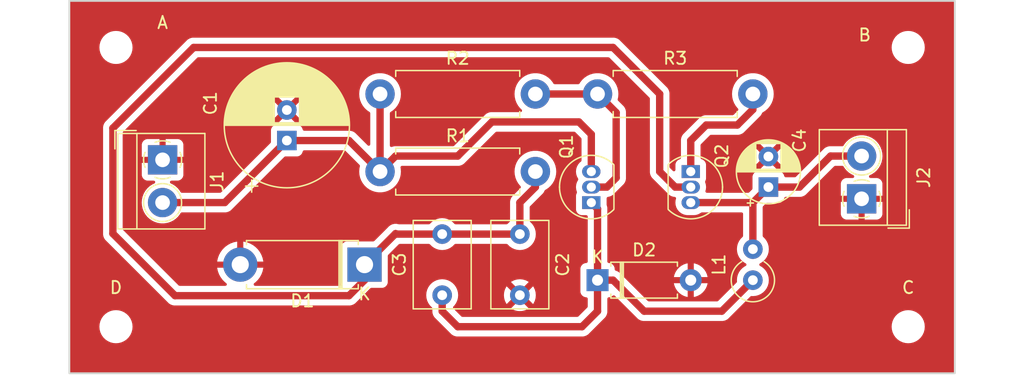
<source format=kicad_pcb>
(kicad_pcb (version 20221018) (generator pcbnew)
  (layers (0 "F.Cu" signal) (31 "B.Cu" signal) (34 "B.Paste" user) (35 "F.Paste" user) (36 "B.SilkS" user "B.Silkscreen") (37 "F.SilkS" user "F.Silkscreen") (38 "B.Mask" user) (39 "F.Mask" user) (44 "Edge.Cuts" user))
  (net 0 "")
  (net 1 "GND")
  (net 2 "Net-(D1-K)")
  (net 3 "Net-(D2-K)")
  (net 4 "Net-(Q1-B)")
  (net 5 "Net-(Q2-C)")
  (net 6 "/VIN")
  (net 7 "/VOUT")
  (footprint "TerminalBlock_4Ucon:TerminalBlock_4Ucon_1x02_P3.50mm_Horizontal" (layer "F.Cu") (at 109.22 70.16 -90)
    (fp_text reference "J1" (at 1.75 -4.46 90) (layer "F.SilkS"))
    (fp_text value "Input")
    (fp_line (start -2.4 2.16) (end -2.4 3.9) (stroke (width 0.12)) (layer "F.SilkS"))
    (fp_line (start -2.4 3.9) (end -0.9 3.9) (stroke (width 0.12)) (layer "F.SilkS"))
    (fp_line (start -2.16 -3.46) (end -2.16 3.66) (stroke (width 0.12)) (layer "F.SilkS"))
    (fp_line (start -2.16 -3.46) (end 5.66 -3.46) (stroke (width 0.12)) (layer "F.SilkS"))
    (fp_line (start -2.16 2.1) (end 5.66 2.1) (stroke (width 0.12)) (layer "F.SilkS"))
    (fp_line (start -2.16 3.66) (end 5.66 3.66) (stroke (width 0.12)) (layer "F.SilkS"))
    (fp_line (start 5.66 -3.46) (end 5.66 3.66) (stroke (width 0.12)) (layer "F.SilkS"))
    (fp_arc (start -1.432109 0.607742) (mid -1.555727 -0.00014) (end -1.432 -0.608) (stroke (width 0.12)) (layer "F.SilkS"))
    (fp_arc (start -0.607742 -1.432109) (mid 0.00014 -1.555727) (end 0.608 -1.432) (stroke (width 0.12)) (layer "F.SilkS"))
    (fp_arc (start 0.027011 1.555493) (mid -0.296984 1.527118) (end -0.608 1.432) (stroke (width 0.12)) (layer "F.SilkS"))
    (fp_arc (start 0.607587 1.431385) (mid 0.310017 1.523783) (end 0 1.555) (stroke (width 0.12)) (layer "F.SilkS"))
    (fp_arc (start 1.432109 -0.607742) (mid 1.555727 0.00014) (end 1.432 0.608) (stroke (width 0.12)) (layer "F.SilkS"))
    (fp_circle (center 3.5 0) (end 5.055 0) (stroke (width 0.12)) (fill none) (layer "F.SilkS"))
    (pad "1" thru_hole rect (at 0 0 270) (size 2.4 2.4) (drill 1.2) (layers "*.Cu" "*.Mask") (net 1 "GND"))
    (pad "2" thru_hole circle (at 3.5 0 270) (size 2.4 2.4) (drill 1.2) (layers "*.Cu" "*.Mask") (net 6 "/VIN"))
  )
  (footprint "TerminalBlock_4Ucon:TerminalBlock_4Ucon_1x02_P3.50mm_Horizontal" (layer "F.Cu") (at 166.37 73.35 90)
    (fp_text reference "J2" (at 1.75 5.08 90) (layer "F.SilkS"))
    (fp_text value "output")
    (fp_line (start -2.4 2.16) (end -2.4 3.9) (stroke (width 0.12)) (layer "F.SilkS"))
    (fp_line (start -2.4 3.9) (end -0.9 3.9) (stroke (width 0.12)) (layer "F.SilkS"))
    (fp_line (start -2.16 -3.46) (end -2.16 3.66) (stroke (width 0.12)) (layer "F.SilkS"))
    (fp_line (start -2.16 -3.46) (end 5.66 -3.46) (stroke (width 0.12)) (layer "F.SilkS"))
    (fp_line (start -2.16 2.1) (end 5.66 2.1) (stroke (width 0.12)) (layer "F.SilkS"))
    (fp_line (start -2.16 3.66) (end 5.66 3.66) (stroke (width 0.12)) (layer "F.SilkS"))
    (fp_line (start 5.66 -3.46) (end 5.66 3.66) (stroke (width 0.12)) (layer "F.SilkS"))
    (fp_arc (start -1.432109 0.607742) (mid -1.555727 -0.00014) (end -1.432 -0.608) (stroke (width 0.12)) (layer "F.SilkS"))
    (fp_arc (start -0.607742 -1.432109) (mid 0.00014 -1.555727) (end 0.608 -1.432) (stroke (width 0.12)) (layer "F.SilkS"))
    (fp_arc (start 0.027011 1.555493) (mid -0.296984 1.527118) (end -0.608 1.432) (stroke (width 0.12)) (layer "F.SilkS"))
    (fp_arc (start 0.607587 1.431385) (mid 0.310017 1.523783) (end 0 1.555) (stroke (width 0.12)) (layer "F.SilkS"))
    (fp_arc (start 1.432109 -0.607742) (mid 1.555727 0.00014) (end 1.432 0.608) (stroke (width 0.12)) (layer "F.SilkS"))
    (fp_circle (center 3.5 0) (end 5.055 0) (stroke (width 0.12)) (fill none) (layer "F.SilkS"))
    (pad "1" thru_hole rect (at 0 0 90) (size 2.4 2.4) (drill 1.2) (layers "*.Cu" "*.Mask") (net 1 "GND"))
    (pad "2" thru_hole circle (at 3.5 0 90) (size 2.4 2.4) (drill 1.2) (layers "*.Cu" "*.Mask") (net 7 "/VOUT"))
  )
  (footprint "Package_TO_SOT_THT:TO-92_Inline" (layer "F.Cu") (at 144.272 73.66 90)
    (fp_text reference "Q1" (at 4.572 -2.032 90) (layer "F.SilkS"))
    (fp_text value "BC327")
    (fp_line (start -0.53 1.85) (end 3.07 1.85) (stroke (width 0.12)) (layer "F.SilkS"))
    (fp_arc (start -0.568478 1.838478) (mid -1.132087 -0.994977) (end 1.27 -2.6) (stroke (width 0.12)) (layer "F.SilkS"))
    (fp_arc (start 1.27 -2.6) (mid 3.672087 -0.994977) (end 3.108478 1.838478) (stroke (width 0.12)) (layer "F.SilkS"))
    (pad "1" thru_hole rect (at 0 0 90) (size 1.05 1.5) (drill 0.75) (layers "*.Cu" "*.Mask") (net 3 "Net-(D2-K)"))
    (pad "2" thru_hole oval (at 1.27 0 90) (size 1.05 1.5) (drill 0.75) (layers "*.Cu" "*.Mask") (net 4 "Net-(Q1-B)"))
    (pad "3" thru_hole oval (at 2.54 0 90) (size 1.05 1.5) (drill 0.75) (layers "*.Cu" "*.Mask") (net 6 "/VIN"))
  )
  (footprint "Capacitor_THT:CP_Radial_D5.0mm_P2.50mm" (layer "F.Cu") (at 158.75 72.39 90)
    (fp_text reference "C4" (at 3.81 2.54 90) (layer "F.SilkS"))
    (fp_text value "47u")
    (fp_line (start -1.554775 -1.475) (end -1.054775 -1.475) (stroke (width 0.12)) (layer "F.SilkS"))
    (fp_line (start -1.304775 -1.725) (end -1.304775 -1.225) (stroke (width 0.12)) (layer "F.SilkS"))
    (fp_line (start 1.25 -2.58) (end 1.25 2.58) (stroke (width 0.12)) (layer "F.SilkS"))
    (fp_line (start 1.29 -2.58) (end 1.29 2.58) (stroke (width 0.12)) (layer "F.SilkS"))
    (fp_line (start 1.33 -2.579) (end 1.33 2.579) (stroke (width 0.12)) (layer "F.SilkS"))
    (fp_line (start 1.37 -2.578) (end 1.37 2.578) (stroke (width 0.12)) (layer "F.SilkS"))
    (fp_line (start 1.41 -2.576) (end 1.41 2.576) (stroke (width 0.12)) (layer "F.SilkS"))
    (fp_line (start 1.45 -2.573) (end 1.45 2.573) (stroke (width 0.12)) (layer "F.SilkS"))
    (fp_line (start 1.49 -2.569) (end 1.49 -1.04) (stroke (width 0.12)) (layer "F.SilkS"))
    (fp_line (start 1.49 1.04) (end 1.49 2.569) (stroke (width 0.12)) (layer "F.SilkS"))
    (fp_line (start 1.53 -2.565) (end 1.53 -1.04) (stroke (width 0.12)) (layer "F.SilkS"))
    (fp_line (start 1.53 1.04) (end 1.53 2.565) (stroke (width 0.12)) (layer "F.SilkS"))
    (fp_line (start 1.57 -2.561) (end 1.57 -1.04) (stroke (width 0.12)) (layer "F.SilkS"))
    (fp_line (start 1.57 1.04) (end 1.57 2.561) (stroke (width 0.12)) (layer "F.SilkS"))
    (fp_line (start 1.61 -2.556) (end 1.61 -1.04) (stroke (width 0.12)) (layer "F.SilkS"))
    (fp_line (start 1.61 1.04) (end 1.61 2.556) (stroke (width 0.12)) (layer "F.SilkS"))
    (fp_line (start 1.65 -2.55) (end 1.65 -1.04) (stroke (width 0.12)) (layer "F.SilkS"))
    (fp_line (start 1.65 1.04) (end 1.65 2.55) (stroke (width 0.12)) (layer "F.SilkS"))
    (fp_line (start 1.69 -2.543) (end 1.69 -1.04) (stroke (width 0.12)) (layer "F.SilkS"))
    (fp_line (start 1.69 1.04) (end 1.69 2.543) (stroke (width 0.12)) (layer "F.SilkS"))
    (fp_line (start 1.73 -2.536) (end 1.73 -1.04) (stroke (width 0.12)) (layer "F.SilkS"))
    (fp_line (start 1.73 1.04) (end 1.73 2.536) (stroke (width 0.12)) (layer "F.SilkS"))
    (fp_line (start 1.77 -2.528) (end 1.77 -1.04) (stroke (width 0.12)) (layer "F.SilkS"))
    (fp_line (start 1.77 1.04) (end 1.77 2.528) (stroke (width 0.12)) (layer "F.SilkS"))
    (fp_line (start 1.81 -2.52) (end 1.81 -1.04) (stroke (width 0.12)) (layer "F.SilkS"))
    (fp_line (start 1.81 1.04) (end 1.81 2.52) (stroke (width 0.12)) (layer "F.SilkS"))
    (fp_line (start 1.85 -2.511) (end 1.85 -1.04) (stroke (width 0.12)) (layer "F.SilkS"))
    (fp_line (start 1.85 1.04) (end 1.85 2.511) (stroke (width 0.12)) (layer "F.SilkS"))
    (fp_line (start 1.89 -2.501) (end 1.89 -1.04) (stroke (width 0.12)) (layer "F.SilkS"))
    (fp_line (start 1.89 1.04) (end 1.89 2.501) (stroke (width 0.12)) (layer "F.SilkS"))
    (fp_line (start 1.93 -2.491) (end 1.93 -1.04) (stroke (width 0.12)) (layer "F.SilkS"))
    (fp_line (start 1.93 1.04) (end 1.93 2.491) (stroke (width 0.12)) (layer "F.SilkS"))
    (fp_line (start 1.971 -2.48) (end 1.971 -1.04) (stroke (width 0.12)) (layer "F.SilkS"))
    (fp_line (start 1.971 1.04) (end 1.971 2.48) (stroke (width 0.12)) (layer "F.SilkS"))
    (fp_line (start 2.011 -2.468) (end 2.011 -1.04) (stroke (width 0.12)) (layer "F.SilkS"))
    (fp_line (start 2.011 1.04) (end 2.011 2.468) (stroke (width 0.12)) (layer "F.SilkS"))
    (fp_line (start 2.051 -2.455) (end 2.051 -1.04) (stroke (width 0.12)) (layer "F.SilkS"))
    (fp_line (start 2.051 1.04) (end 2.051 2.455) (stroke (width 0.12)) (layer "F.SilkS"))
    (fp_line (start 2.091 -2.442) (end 2.091 -1.04) (stroke (width 0.12)) (layer "F.SilkS"))
    (fp_line (start 2.091 1.04) (end 2.091 2.442) (stroke (width 0.12)) (layer "F.SilkS"))
    (fp_line (start 2.131 -2.428) (end 2.131 -1.04) (stroke (width 0.12)) (layer "F.SilkS"))
    (fp_line (start 2.131 1.04) (end 2.131 2.428) (stroke (width 0.12)) (layer "F.SilkS"))
    (fp_line (start 2.171 -2.414) (end 2.171 -1.04) (stroke (width 0.12)) (layer "F.SilkS"))
    (fp_line (start 2.171 1.04) (end 2.171 2.414) (stroke (width 0.12)) (layer "F.SilkS"))
    (fp_line (start 2.211 -2.398) (end 2.211 -1.04) (stroke (width 0.12)) (layer "F.SilkS"))
    (fp_line (start 2.211 1.04) (end 2.211 2.398) (stroke (width 0.12)) (layer "F.SilkS"))
    (fp_line (start 2.251 -2.382) (end 2.251 -1.04) (stroke (width 0.12)) (layer "F.SilkS"))
    (fp_line (start 2.251 1.04) (end 2.251 2.382) (stroke (width 0.12)) (layer "F.SilkS"))
    (fp_line (start 2.291 -2.365) (end 2.291 -1.04) (stroke (width 0.12)) (layer "F.SilkS"))
    (fp_line (start 2.291 1.04) (end 2.291 2.365) (stroke (width 0.12)) (layer "F.SilkS"))
    (fp_line (start 2.331 -2.348) (end 2.331 -1.04) (stroke (width 0.12)) (layer "F.SilkS"))
    (fp_line (start 2.331 1.04) (end 2.331 2.348) (stroke (width 0.12)) (layer "F.SilkS"))
    (fp_line (start 2.371 -2.329) (end 2.371 -1.04) (stroke (width 0.12)) (layer "F.SilkS"))
    (fp_line (start 2.371 1.04) (end 2.371 2.329) (stroke (width 0.12)) (layer "F.SilkS"))
    (fp_line (start 2.411 -2.31) (end 2.411 -1.04) (stroke (width 0.12)) (layer "F.SilkS"))
    (fp_line (start 2.411 1.04) (end 2.411 2.31) (stroke (width 0.12)) (layer "F.SilkS"))
    (fp_line (start 2.451 -2.29) (end 2.451 -1.04) (stroke (width 0.12)) (layer "F.SilkS"))
    (fp_line (start 2.451 1.04) (end 2.451 2.29) (stroke (width 0.12)) (layer "F.SilkS"))
    (fp_line (start 2.491 -2.268) (end 2.491 -1.04) (stroke (width 0.12)) (layer "F.SilkS"))
    (fp_line (start 2.491 1.04) (end 2.491 2.268) (stroke (width 0.12)) (layer "F.SilkS"))
    (fp_line (start 2.531 -2.247) (end 2.531 -1.04) (stroke (width 0.12)) (layer "F.SilkS"))
    (fp_line (start 2.531 1.04) (end 2.531 2.247) (stroke (width 0.12)) (layer "F.SilkS"))
    (fp_line (start 2.571 -2.224) (end 2.571 -1.04) (stroke (width 0.12)) (layer "F.SilkS"))
    (fp_line (start 2.571 1.04) (end 2.571 2.224) (stroke (width 0.12)) (layer "F.SilkS"))
    (fp_line (start 2.611 -2.2) (end 2.611 -1.04) (stroke (width 0.12)) (layer "F.SilkS"))
    (fp_line (start 2.611 1.04) (end 2.611 2.2) (stroke (width 0.12)) (layer "F.SilkS"))
    (fp_line (start 2.651 -2.175) (end 2.651 -1.04) (stroke (width 0.12)) (layer "F.SilkS"))
    (fp_line (start 2.651 1.04) (end 2.651 2.175) (stroke (width 0.12)) (layer "F.SilkS"))
    (fp_line (start 2.691 -2.149) (end 2.691 -1.04) (stroke (width 0.12)) (layer "F.SilkS"))
    (fp_line (start 2.691 1.04) (end 2.691 2.149) (stroke (width 0.12)) (layer "F.SilkS"))
    (fp_line (start 2.731 -2.122) (end 2.731 -1.04) (stroke (width 0.12)) (layer "F.SilkS"))
    (fp_line (start 2.731 1.04) (end 2.731 2.122) (stroke (width 0.12)) (layer "F.SilkS"))
    (fp_line (start 2.771 -2.095) (end 2.771 -1.04) (stroke (width 0.12)) (layer "F.SilkS"))
    (fp_line (start 2.771 1.04) (end 2.771 2.095) (stroke (width 0.12)) (layer "F.SilkS"))
    (fp_line (start 2.811 -2.065) (end 2.811 -1.04) (stroke (width 0.12)) (layer "F.SilkS"))
    (fp_line (start 2.811 1.04) (end 2.811 2.065) (stroke (width 0.12)) (layer "F.SilkS"))
    (fp_line (start 2.851 -2.035) (end 2.851 -1.04) (stroke (width 0.12)) (layer "F.SilkS"))
    (fp_line (start 2.851 1.04) (end 2.851 2.035) (stroke (width 0.12)) (layer "F.SilkS"))
    (fp_line (start 2.891 -2.004) (end 2.891 -1.04) (stroke (width 0.12)) (layer "F.SilkS"))
    (fp_line (start 2.891 1.04) (end 2.891 2.004) (stroke (width 0.12)) (layer "F.SilkS"))
    (fp_line (start 2.931 -1.971) (end 2.931 -1.04) (stroke (width 0.12)) (layer "F.SilkS"))
    (fp_line (start 2.931 1.04) (end 2.931 1.971) (stroke (width 0.12)) (layer "F.SilkS"))
    (fp_line (start 2.971 -1.937) (end 2.971 -1.04) (stroke (width 0.12)) (layer "F.SilkS"))
    (fp_line (start 2.971 1.04) (end 2.971 1.937) (stroke (width 0.12)) (layer "F.SilkS"))
    (fp_line (start 3.011 -1.901) (end 3.011 -1.04) (stroke (width 0.12)) (layer "F.SilkS"))
    (fp_line (start 3.011 1.04) (end 3.011 1.901) (stroke (width 0.12)) (layer "F.SilkS"))
    (fp_line (start 3.051 -1.864) (end 3.051 -1.04) (stroke (width 0.12)) (layer "F.SilkS"))
    (fp_line (start 3.051 1.04) (end 3.051 1.864) (stroke (width 0.12)) (layer "F.SilkS"))
    (fp_line (start 3.091 -1.826) (end 3.091 -1.04) (stroke (width 0.12)) (layer "F.SilkS"))
    (fp_line (start 3.091 1.04) (end 3.091 1.826) (stroke (width 0.12)) (layer "F.SilkS"))
    (fp_line (start 3.131 -1.785) (end 3.131 -1.04) (stroke (width 0.12)) (layer "F.SilkS"))
    (fp_line (start 3.131 1.04) (end 3.131 1.785) (stroke (width 0.12)) (layer "F.SilkS"))
    (fp_line (start 3.171 -1.743) (end 3.171 -1.04) (stroke (width 0.12)) (layer "F.SilkS"))
    (fp_line (start 3.171 1.04) (end 3.171 1.743) (stroke (width 0.12)) (layer "F.SilkS"))
    (fp_line (start 3.211 -1.699) (end 3.211 -1.04) (stroke (width 0.12)) (layer "F.SilkS"))
    (fp_line (start 3.211 1.04) (end 3.211 1.699) (stroke (width 0.12)) (layer "F.SilkS"))
    (fp_line (start 3.251 -1.653) (end 3.251 -1.04) (stroke (width 0.12)) (layer "F.SilkS"))
    (fp_line (start 3.251 1.04) (end 3.251 1.653) (stroke (width 0.12)) (layer "F.SilkS"))
    (fp_line (start 3.291 -1.605) (end 3.291 -1.04) (stroke (width 0.12)) (layer "F.SilkS"))
    (fp_line (start 3.291 1.04) (end 3.291 1.605) (stroke (width 0.12)) (layer "F.SilkS"))
    (fp_line (start 3.331 -1.554) (end 3.331 -1.04) (stroke (width 0.12)) (layer "F.SilkS"))
    (fp_line (start 3.331 1.04) (end 3.331 1.554) (stroke (width 0.12)) (layer "F.SilkS"))
    (fp_line (start 3.371 -1.5) (end 3.371 -1.04) (stroke (width 0.12)) (layer "F.SilkS"))
    (fp_line (start 3.371 1.04) (end 3.371 1.5) (stroke (width 0.12)) (layer "F.SilkS"))
    (fp_line (start 3.411 -1.443) (end 3.411 -1.04) (stroke (width 0.12)) (layer "F.SilkS"))
    (fp_line (start 3.411 1.04) (end 3.411 1.443) (stroke (width 0.12)) (layer "F.SilkS"))
    (fp_line (start 3.451 -1.383) (end 3.451 -1.04) (stroke (width 0.12)) (layer "F.SilkS"))
    (fp_line (start 3.451 1.04) (end 3.451 1.383) (stroke (width 0.12)) (layer "F.SilkS"))
    (fp_line (start 3.491 -1.319) (end 3.491 -1.04) (stroke (width 0.12)) (layer "F.SilkS"))
    (fp_line (start 3.491 1.04) (end 3.491 1.319) (stroke (width 0.12)) (layer "F.SilkS"))
    (fp_line (start 3.531 -1.251) (end 3.531 -1.04) (stroke (width 0.12)) (layer "F.SilkS"))
    (fp_line (start 3.531 1.04) (end 3.531 1.251) (stroke (width 0.12)) (layer "F.SilkS"))
    (fp_line (start 3.571 -1.178) (end 3.571 1.178) (stroke (width 0.12)) (layer "F.SilkS"))
    (fp_line (start 3.611 -1.098) (end 3.611 1.098) (stroke (width 0.12)) (layer "F.SilkS"))
    (fp_line (start 3.651 -1.011) (end 3.651 1.011) (stroke (width 0.12)) (layer "F.SilkS"))
    (fp_line (start 3.691 -0.915) (end 3.691 0.915) (stroke (width 0.12)) (layer "F.SilkS"))
    (fp_line (start 3.731 -0.805) (end 3.731 0.805) (stroke (width 0.12)) (layer "F.SilkS"))
    (fp_line (start 3.771 -0.677) (end 3.771 0.677) (stroke (width 0.12)) (layer "F.SilkS"))
    (fp_line (start 3.811 -0.518) (end 3.811 0.518) (stroke (width 0.12)) (layer "F.SilkS"))
    (fp_line (start 3.851 -0.284) (end 3.851 0.284) (stroke (width 0.12)) (layer "F.SilkS"))
    (fp_circle (center 1.25 0) (end 3.87 0) (stroke (width 0.12)) (fill none) (layer "F.SilkS"))
    (pad "1" thru_hole rect (at 0 0 90) (size 1.6 1.6) (drill 0.8) (layers "*.Cu" "*.Mask") (net 7 "/VOUT"))
    (pad "2" thru_hole circle (at 2.5 0 90) (size 1.6 1.6) (drill 0.8) (layers "*.Cu" "*.Mask") (net 1 "GND"))
  )
  (footprint "Capacitor_THT:CP_Radial_D10.0mm_P2.50mm" (layer "F.Cu") (at 119.38 68.58 90)
    (fp_text reference "C1" (at 3.048 -6.25 90) (layer "F.SilkS"))
    (fp_text value "100u")
    (fp_line (start -4.229646 -2.875) (end -3.229646 -2.875) (stroke (width 0.12)) (layer "F.SilkS"))
    (fp_line (start -3.729646 -3.375) (end -3.729646 -2.375) (stroke (width 0.12)) (layer "F.SilkS"))
    (fp_line (start 1.25 -5.08) (end 1.25 5.08) (stroke (width 0.12)) (layer "F.SilkS"))
    (fp_line (start 1.29 -5.08) (end 1.29 5.08) (stroke (width 0.12)) (layer "F.SilkS"))
    (fp_line (start 1.33 -5.08) (end 1.33 5.08) (stroke (width 0.12)) (layer "F.SilkS"))
    (fp_line (start 1.37 -5.079) (end 1.37 5.079) (stroke (width 0.12)) (layer "F.SilkS"))
    (fp_line (start 1.41 -5.078) (end 1.41 5.078) (stroke (width 0.12)) (layer "F.SilkS"))
    (fp_line (start 1.45 -5.077) (end 1.45 5.077) (stroke (width 0.12)) (layer "F.SilkS"))
    (fp_line (start 1.49 -5.075) (end 1.49 -1.04) (stroke (width 0.12)) (layer "F.SilkS"))
    (fp_line (start 1.49 1.04) (end 1.49 5.075) (stroke (width 0.12)) (layer "F.SilkS"))
    (fp_line (start 1.53 -5.073) (end 1.53 -1.04) (stroke (width 0.12)) (layer "F.SilkS"))
    (fp_line (start 1.53 1.04) (end 1.53 5.073) (stroke (width 0.12)) (layer "F.SilkS"))
    (fp_line (start 1.57 -5.07) (end 1.57 -1.04) (stroke (width 0.12)) (layer "F.SilkS"))
    (fp_line (start 1.57 1.04) (end 1.57 5.07) (stroke (width 0.12)) (layer "F.SilkS"))
    (fp_line (start 1.61 -5.068) (end 1.61 -1.04) (stroke (width 0.12)) (layer "F.SilkS"))
    (fp_line (start 1.61 1.04) (end 1.61 5.068) (stroke (width 0.12)) (layer "F.SilkS"))
    (fp_line (start 1.65 -5.065) (end 1.65 -1.04) (stroke (width 0.12)) (layer "F.SilkS"))
    (fp_line (start 1.65 1.04) (end 1.65 5.065) (stroke (width 0.12)) (layer "F.SilkS"))
    (fp_line (start 1.69 -5.062) (end 1.69 -1.04) (stroke (width 0.12)) (layer "F.SilkS"))
    (fp_line (start 1.69 1.04) (end 1.69 5.062) (stroke (width 0.12)) (layer "F.SilkS"))
    (fp_line (start 1.73 -5.058) (end 1.73 -1.04) (stroke (width 0.12)) (layer "F.SilkS"))
    (fp_line (start 1.73 1.04) (end 1.73 5.058) (stroke (width 0.12)) (layer "F.SilkS"))
    (fp_line (start 1.77 -5.054) (end 1.77 -1.04) (stroke (width 0.12)) (layer "F.SilkS"))
    (fp_line (start 1.77 1.04) (end 1.77 5.054) (stroke (width 0.12)) (layer "F.SilkS"))
    (fp_line (start 1.81 -5.05) (end 1.81 -1.04) (stroke (width 0.12)) (layer "F.SilkS"))
    (fp_line (start 1.81 1.04) (end 1.81 5.05) (stroke (width 0.12)) (layer "F.SilkS"))
    (fp_line (start 1.85 -5.045) (end 1.85 -1.04) (stroke (width 0.12)) (layer "F.SilkS"))
    (fp_line (start 1.85 1.04) (end 1.85 5.045) (stroke (width 0.12)) (layer "F.SilkS"))
    (fp_line (start 1.89 -5.04) (end 1.89 -1.04) (stroke (width 0.12)) (layer "F.SilkS"))
    (fp_line (start 1.89 1.04) (end 1.89 5.04) (stroke (width 0.12)) (layer "F.SilkS"))
    (fp_line (start 1.93 -5.035) (end 1.93 -1.04) (stroke (width 0.12)) (layer "F.SilkS"))
    (fp_line (start 1.93 1.04) (end 1.93 5.035) (stroke (width 0.12)) (layer "F.SilkS"))
    (fp_line (start 1.971 -5.03) (end 1.971 -1.04) (stroke (width 0.12)) (layer "F.SilkS"))
    (fp_line (start 1.971 1.04) (end 1.971 5.03) (stroke (width 0.12)) (layer "F.SilkS"))
    (fp_line (start 2.011 -5.024) (end 2.011 -1.04) (stroke (width 0.12)) (layer "F.SilkS"))
    (fp_line (start 2.011 1.04) (end 2.011 5.024) (stroke (width 0.12)) (layer "F.SilkS"))
    (fp_line (start 2.051 -5.018) (end 2.051 -1.04) (stroke (width 0.12)) (layer "F.SilkS"))
    (fp_line (start 2.051 1.04) (end 2.051 5.018) (stroke (width 0.12)) (layer "F.SilkS"))
    (fp_line (start 2.091 -5.011) (end 2.091 -1.04) (stroke (width 0.12)) (layer "F.SilkS"))
    (fp_line (start 2.091 1.04) (end 2.091 5.011) (stroke (width 0.12)) (layer "F.SilkS"))
    (fp_line (start 2.131 -5.004) (end 2.131 -1.04) (stroke (width 0.12)) (layer "F.SilkS"))
    (fp_line (start 2.131 1.04) (end 2.131 5.004) (stroke (width 0.12)) (layer "F.SilkS"))
    (fp_line (start 2.171 -4.997) (end 2.171 -1.04) (stroke (width 0.12)) (layer "F.SilkS"))
    (fp_line (start 2.171 1.04) (end 2.171 4.997) (stroke (width 0.12)) (layer "F.SilkS"))
    (fp_line (start 2.211 -4.99) (end 2.211 -1.04) (stroke (width 0.12)) (layer "F.SilkS"))
    (fp_line (start 2.211 1.04) (end 2.211 4.99) (stroke (width 0.12)) (layer "F.SilkS"))
    (fp_line (start 2.251 -4.982) (end 2.251 -1.04) (stroke (width 0.12)) (layer "F.SilkS"))
    (fp_line (start 2.251 1.04) (end 2.251 4.982) (stroke (width 0.12)) (layer "F.SilkS"))
    (fp_line (start 2.291 -4.974) (end 2.291 -1.04) (stroke (width 0.12)) (layer "F.SilkS"))
    (fp_line (start 2.291 1.04) (end 2.291 4.974) (stroke (width 0.12)) (layer "F.SilkS"))
    (fp_line (start 2.331 -4.965) (end 2.331 -1.04) (stroke (width 0.12)) (layer "F.SilkS"))
    (fp_line (start 2.331 1.04) (end 2.331 4.965) (stroke (width 0.12)) (layer "F.SilkS"))
    (fp_line (start 2.371 -4.956) (end 2.371 -1.04) (stroke (width 0.12)) (layer "F.SilkS"))
    (fp_line (start 2.371 1.04) (end 2.371 4.956) (stroke (width 0.12)) (layer "F.SilkS"))
    (fp_line (start 2.411 -4.947) (end 2.411 -1.04) (stroke (width 0.12)) (layer "F.SilkS"))
    (fp_line (start 2.411 1.04) (end 2.411 4.947) (stroke (width 0.12)) (layer "F.SilkS"))
    (fp_line (start 2.451 -4.938) (end 2.451 -1.04) (stroke (width 0.12)) (layer "F.SilkS"))
    (fp_line (start 2.451 1.04) (end 2.451 4.938) (stroke (width 0.12)) (layer "F.SilkS"))
    (fp_line (start 2.491 -4.928) (end 2.491 -1.04) (stroke (width 0.12)) (layer "F.SilkS"))
    (fp_line (start 2.491 1.04) (end 2.491 4.928) (stroke (width 0.12)) (layer "F.SilkS"))
    (fp_line (start 2.531 -4.918) (end 2.531 -1.04) (stroke (width 0.12)) (layer "F.SilkS"))
    (fp_line (start 2.531 1.04) (end 2.531 4.918) (stroke (width 0.12)) (layer "F.SilkS"))
    (fp_line (start 2.571 -4.907) (end 2.571 -1.04) (stroke (width 0.12)) (layer "F.SilkS"))
    (fp_line (start 2.571 1.04) (end 2.571 4.907) (stroke (width 0.12)) (layer "F.SilkS"))
    (fp_line (start 2.611 -4.897) (end 2.611 -1.04) (stroke (width 0.12)) (layer "F.SilkS"))
    (fp_line (start 2.611 1.04) (end 2.611 4.897) (stroke (width 0.12)) (layer "F.SilkS"))
    (fp_line (start 2.651 -4.885) (end 2.651 -1.04) (stroke (width 0.12)) (layer "F.SilkS"))
    (fp_line (start 2.651 1.04) (end 2.651 4.885) (stroke (width 0.12)) (layer "F.SilkS"))
    (fp_line (start 2.691 -4.874) (end 2.691 -1.04) (stroke (width 0.12)) (layer "F.SilkS"))
    (fp_line (start 2.691 1.04) (end 2.691 4.874) (stroke (width 0.12)) (layer "F.SilkS"))
    (fp_line (start 2.731 -4.862) (end 2.731 -1.04) (stroke (width 0.12)) (layer "F.SilkS"))
    (fp_line (start 2.731 1.04) (end 2.731 4.862) (stroke (width 0.12)) (layer "F.SilkS"))
    (fp_line (start 2.771 -4.85) (end 2.771 -1.04) (stroke (width 0.12)) (layer "F.SilkS"))
    (fp_line (start 2.771 1.04) (end 2.771 4.85) (stroke (width 0.12)) (layer "F.SilkS"))
    (fp_line (start 2.811 -4.837) (end 2.811 -1.04) (stroke (width 0.12)) (layer "F.SilkS"))
    (fp_line (start 2.811 1.04) (end 2.811 4.837) (stroke (width 0.12)) (layer "F.SilkS"))
    (fp_line (start 2.851 -4.824) (end 2.851 -1.04) (stroke (width 0.12)) (layer "F.SilkS"))
    (fp_line (start 2.851 1.04) (end 2.851 4.824) (stroke (width 0.12)) (layer "F.SilkS"))
    (fp_line (start 2.891 -4.811) (end 2.891 -1.04) (stroke (width 0.12)) (layer "F.SilkS"))
    (fp_line (start 2.891 1.04) (end 2.891 4.811) (stroke (width 0.12)) (layer "F.SilkS"))
    (fp_line (start 2.931 -4.797) (end 2.931 -1.04) (stroke (width 0.12)) (layer "F.SilkS"))
    (fp_line (start 2.931 1.04) (end 2.931 4.797) (stroke (width 0.12)) (layer "F.SilkS"))
    (fp_line (start 2.971 -4.783) (end 2.971 -1.04) (stroke (width 0.12)) (layer "F.SilkS"))
    (fp_line (start 2.971 1.04) (end 2.971 4.783) (stroke (width 0.12)) (layer "F.SilkS"))
    (fp_line (start 3.011 -4.768) (end 3.011 -1.04) (stroke (width 0.12)) (layer "F.SilkS"))
    (fp_line (start 3.011 1.04) (end 3.011 4.768) (stroke (width 0.12)) (layer "F.SilkS"))
    (fp_line (start 3.051 -4.754) (end 3.051 -1.04) (stroke (width 0.12)) (layer "F.SilkS"))
    (fp_line (start 3.051 1.04) (end 3.051 4.754) (stroke (width 0.12)) (layer "F.SilkS"))
    (fp_line (start 3.091 -4.738) (end 3.091 -1.04) (stroke (width 0.12)) (layer "F.SilkS"))
    (fp_line (start 3.091 1.04) (end 3.091 4.738) (stroke (width 0.12)) (layer "F.SilkS"))
    (fp_line (start 3.131 -4.723) (end 3.131 -1.04) (stroke (width 0.12)) (layer "F.SilkS"))
    (fp_line (start 3.131 1.04) (end 3.131 4.723) (stroke (width 0.12)) (layer "F.SilkS"))
    (fp_line (start 3.171 -4.707) (end 3.171 -1.04) (stroke (width 0.12)) (layer "F.SilkS"))
    (fp_line (start 3.171 1.04) (end 3.171 4.707) (stroke (width 0.12)) (layer "F.SilkS"))
    (fp_line (start 3.211 -4.69) (end 3.211 -1.04) (stroke (width 0.12)) (layer "F.SilkS"))
    (fp_line (start 3.211 1.04) (end 3.211 4.69) (stroke (width 0.12)) (layer "F.SilkS"))
    (fp_line (start 3.251 -4.674) (end 3.251 -1.04) (stroke (width 0.12)) (layer "F.SilkS"))
    (fp_line (start 3.251 1.04) (end 3.251 4.674) (stroke (width 0.12)) (layer "F.SilkS"))
    (fp_line (start 3.291 -4.657) (end 3.291 -1.04) (stroke (width 0.12)) (layer "F.SilkS"))
    (fp_line (start 3.291 1.04) (end 3.291 4.657) (stroke (width 0.12)) (layer "F.SilkS"))
    (fp_line (start 3.331 -4.639) (end 3.331 -1.04) (stroke (width 0.12)) (layer "F.SilkS"))
    (fp_line (start 3.331 1.04) (end 3.331 4.639) (stroke (width 0.12)) (layer "F.SilkS"))
    (fp_line (start 3.371 -4.621) (end 3.371 -1.04) (stroke (width 0.12)) (layer "F.SilkS"))
    (fp_line (start 3.371 1.04) (end 3.371 4.621) (stroke (width 0.12)) (layer "F.SilkS"))
    (fp_line (start 3.411 -4.603) (end 3.411 -1.04) (stroke (width 0.12)) (layer "F.SilkS"))
    (fp_line (start 3.411 1.04) (end 3.411 4.603) (stroke (width 0.12)) (layer "F.SilkS"))
    (fp_line (start 3.451 -4.584) (end 3.451 -1.04) (stroke (width 0.12)) (layer "F.SilkS"))
    (fp_line (start 3.451 1.04) (end 3.451 4.584) (stroke (width 0.12)) (layer "F.SilkS"))
    (fp_line (start 3.491 -4.564) (end 3.491 -1.04) (stroke (width 0.12)) (layer "F.SilkS"))
    (fp_line (start 3.491 1.04) (end 3.491 4.564) (stroke (width 0.12)) (layer "F.SilkS"))
    (fp_line (start 3.531 -4.545) (end 3.531 -1.04) (stroke (width 0.12)) (layer "F.SilkS"))
    (fp_line (start 3.531 1.04) (end 3.531 4.545) (stroke (width 0.12)) (layer "F.SilkS"))
    (fp_line (start 3.571 -4.525) (end 3.571 4.525) (stroke (width 0.12)) (layer "F.SilkS"))
    (fp_line (start 3.611 -4.504) (end 3.611 4.504) (stroke (width 0.12)) (layer "F.SilkS"))
    (fp_line (start 3.651 -4.483) (end 3.651 4.483) (stroke (width 0.12)) (layer "F.SilkS"))
    (fp_line (start 3.691 -4.462) (end 3.691 4.462) (stroke (width 0.12)) (layer "F.SilkS"))
    (fp_line (start 3.731 -4.44) (end 3.731 4.44) (stroke (width 0.12)) (layer "F.SilkS"))
    (fp_line (start 3.771 -4.417) (end 3.771 4.417) (stroke (width 0.12)) (layer "F.SilkS"))
    (fp_line (start 3.811 -4.395) (end 3.811 4.395) (stroke (width 0.12)) (layer "F.SilkS"))
    (fp_line (start 3.851 -4.371) (end 3.851 4.371) (stroke (width 0.12)) (layer "F.SilkS"))
    (fp_line (start 3.891 -4.347) (end 3.891 4.347) (stroke (width 0.12)) (layer "F.SilkS"))
    (fp_line (start 3.931 -4.323) (end 3.931 4.323) (stroke (width 0.12)) (layer "F.SilkS"))
    (fp_line (start 3.971 -4.298) (end 3.971 4.298) (stroke (width 0.12)) (layer "F.SilkS"))
    (fp_line (start 4.011 -4.273) (end 4.011 4.273) (stroke (width 0.12)) (layer "F.SilkS"))
    (fp_line (start 4.051 -4.247) (end 4.051 4.247) (stroke (width 0.12)) (layer "F.SilkS"))
    (fp_line (start 4.091 -4.221) (end 4.091 4.221) (stroke (width 0.12)) (layer "F.SilkS"))
    (fp_line (start 4.131 -4.194) (end 4.131 4.194) (stroke (width 0.12)) (layer "F.SilkS"))
    (fp_line (start 4.171 -4.166) (end 4.171 4.166) (stroke (width 0.12)) (layer "F.SilkS"))
    (fp_line (start 4.211 -4.138) (end 4.211 4.138) (stroke (width 0.12)) (layer "F.SilkS"))
    (fp_line (start 4.251 -4.11) (end 4.251 4.11) (stroke (width 0.12)) (layer "F.SilkS"))
    (fp_line (start 4.291 -4.08) (end 4.291 4.08) (stroke (width 0.12)) (layer "F.SilkS"))
    (fp_line (start 4.331 -4.05) (end 4.331 4.05) (stroke (width 0.12)) (layer "F.SilkS"))
    (fp_line (start 4.371 -4.02) (end 4.371 4.02) (stroke (width 0.12)) (layer "F.SilkS"))
    (fp_line (start 4.411 -3.989) (end 4.411 3.989) (stroke (width 0.12)) (layer "F.SilkS"))
    (fp_line (start 4.451 -3.957) (end 4.451 3.957) (stroke (width 0.12)) (layer "F.SilkS"))
    (fp_line (start 4.491 -3.925) (end 4.491 3.925) (stroke (width 0.12)) (layer "F.SilkS"))
    (fp_line (start 4.531 -3.892) (end 4.531 3.892) (stroke (width 0.12)) (layer "F.SilkS"))
    (fp_line (start 4.571 -3.858) (end 4.571 3.858) (stroke (width 0.12)) (layer "F.SilkS"))
    (fp_line (start 4.611 -3.824) (end 4.611 3.824) (stroke (width 0.12)) (layer "F.SilkS"))
    (fp_line (start 4.651 -3.789) (end 4.651 3.789) (stroke (width 0.12)) (layer "F.SilkS"))
    (fp_line (start 4.691 -3.753) (end 4.691 3.753) (stroke (width 0.12)) (layer "F.SilkS"))
    (fp_line (start 4.731 -3.716) (end 4.731 3.716) (stroke (width 0.12)) (layer "F.SilkS"))
    (fp_line (start 4.771 -3.679) (end 4.771 3.679) (stroke (width 0.12)) (layer "F.SilkS"))
    (fp_line (start 4.811 -3.64) (end 4.811 3.64) (stroke (width 0.12)) (layer "F.SilkS"))
    (fp_line (start 4.851 -3.601) (end 4.851 3.601) (stroke (width 0.12)) (layer "F.SilkS"))
    (fp_line (start 4.891 -3.561) (end 4.891 3.561) (stroke (width 0.12)) (layer "F.SilkS"))
    (fp_line (start 4.931 -3.52) (end 4.931 3.52) (stroke (width 0.12)) (layer "F.SilkS"))
    (fp_line (start 4.971 -3.478) (end 4.971 3.478) (stroke (width 0.12)) (layer "F.SilkS"))
    (fp_line (start 5.011 -3.436) (end 5.011 3.436) (stroke (width 0.12)) (layer "F.SilkS"))
    (fp_line (start 5.051 -3.392) (end 5.051 3.392) (stroke (width 0.12)) (layer "F.SilkS"))
    (fp_line (start 5.091 -3.347) (end 5.091 3.347) (stroke (width 0.12)) (layer "F.SilkS"))
    (fp_line (start 5.131 -3.301) (end 5.131 3.301) (stroke (width 0.12)) (layer "F.SilkS"))
    (fp_line (start 5.171 -3.254) (end 5.171 3.254) (stroke (width 0.12)) (layer "F.SilkS"))
    (fp_line (start 5.211 -3.206) (end 5.211 3.206) (stroke (width 0.12)) (layer "F.SilkS"))
    (fp_line (start 5.251 -3.156) (end 5.251 3.156) (stroke (width 0.12)) (layer "F.SilkS"))
    (fp_line (start 5.291 -3.106) (end 5.291 3.106) (stroke (width 0.12)) (layer "F.SilkS"))
    (fp_line (start 5.331 -3.054) (end 5.331 3.054) (stroke (width 0.12)) (layer "F.SilkS"))
    (fp_line (start 5.371 -3) (end 5.371 3) (stroke (width 0.12)) (layer "F.SilkS"))
    (fp_line (start 5.411 -2.945) (end 5.411 2.945) (stroke (width 0.12)) (layer "F.SilkS"))
    (fp_line (start 5.451 -2.889) (end 5.451 2.889) (stroke (width 0.12)) (layer "F.SilkS"))
    (fp_line (start 5.491 -2.83) (end 5.491 2.83) (stroke (width 0.12)) (layer "F.SilkS"))
    (fp_line (start 5.531 -2.77) (end 5.531 2.77) (stroke (width 0.12)) (layer "F.SilkS"))
    (fp_line (start 5.571 -2.709) (end 5.571 2.709) (stroke (width 0.12)) (layer "F.SilkS"))
    (fp_line (start 5.611 -2.645) (end 5.611 2.645) (stroke (width 0.12)) (layer "F.SilkS"))
    (fp_line (start 5.651 -2.579) (end 5.651 2.579) (stroke (width 0.12)) (layer "F.SilkS"))
    (fp_line (start 5.691 -2.51) (end 5.691 2.51) (stroke (width 0.12)) (layer "F.SilkS"))
    (fp_line (start 5.731 -2.439) (end 5.731 2.439) (stroke (width 0.12)) (layer "F.SilkS"))
    (fp_line (start 5.771 -2.365) (end 5.771 2.365) (stroke (width 0.12)) (layer "F.SilkS"))
    (fp_line (start 5.811 -2.289) (end 5.811 2.289) (stroke (width 0.12)) (layer "F.SilkS"))
    (fp_line (start 5.851 -2.209) (end 5.851 2.209) (stroke (width 0.12)) (layer "F.SilkS"))
    (fp_line (start 5.891 -2.125) (end 5.891 2.125) (stroke (width 0.12)) (layer "F.SilkS"))
    (fp_line (start 5.931 -2.037) (end 5.931 2.037) (stroke (width 0.12)) (layer "F.SilkS"))
    (fp_line (start 5.971 -1.944) (end 5.971 1.944) (stroke (width 0.12)) (layer "F.SilkS"))
    (fp_line (start 6.011 -1.846) (end 6.011 1.846) (stroke (width 0.12)) (layer "F.SilkS"))
    (fp_line (start 6.051 -1.742) (end 6.051 1.742) (stroke (width 0.12)) (layer "F.SilkS"))
    (fp_line (start 6.091 -1.63) (end 6.091 1.63) (stroke (width 0.12)) (layer "F.SilkS"))
    (fp_line (start 6.131 -1.51) (end 6.131 1.51) (stroke (width 0.12)) (layer "F.SilkS"))
    (fp_line (start 6.171 -1.378) (end 6.171 1.378) (stroke (width 0.12)) (layer "F.SilkS"))
    (fp_line (start 6.211 -1.23) (end 6.211 1.23) (stroke (width 0.12)) (layer "F.SilkS"))
    (fp_line (start 6.251 -1.062) (end 6.251 1.062) (stroke (width 0.12)) (layer "F.SilkS"))
    (fp_line (start 6.291 -0.862) (end 6.291 0.862) (stroke (width 0.12)) (layer "F.SilkS"))
    (fp_line (start 6.331 -0.599) (end 6.331 0.599) (stroke (width 0.12)) (layer "F.SilkS"))
    (fp_circle (center 1.25 0) (end 6.37 0) (stroke (width 0.12)) (fill none) (layer "F.SilkS"))
    (pad "1" thru_hole rect (at 0 0 90) (size 1.6 1.6) (drill 0.8) (layers "*.Cu" "*.Mask") (net 6 "/VIN"))
    (pad "2" thru_hole circle (at 2.5 0 90) (size 1.6 1.6) (drill 0.8) (layers "*.Cu" "*.Mask") (net 1 "GND"))
  )
  (footprint "Capacitor_THT:C_Rect_L7.0mm_W4.5mm_P5.00mm" (layer "F.Cu") (at 138.43 76.24 -90)
    (fp_text reference "C2" (at 2.5 -3.5 90) (layer "F.SilkS"))
    (fp_text value "6.8n")
    (fp_line (start -1.12 -2.37) (end -1.12 2.37) (stroke (width 0.12)) (layer "F.SilkS"))
    (fp_line (start -1.12 -2.37) (end 6.12 -2.37) (stroke (width 0.12)) (layer "F.SilkS"))
    (fp_line (start -1.12 2.37) (end 6.12 2.37) (stroke (width 0.12)) (layer "F.SilkS"))
    (fp_line (start 6.12 -2.37) (end 6.12 2.37) (stroke (width 0.12)) (layer "F.SilkS"))
    (pad "1" thru_hole circle (at 0 0 270) (size 1.6 1.6) (drill 0.8) (layers "*.Cu" "*.Mask") (net 2 "Net-(D1-K)"))
    (pad "2" thru_hole circle (at 5 0 270) (size 1.6 1.6) (drill 0.8) (layers "*.Cu" "*.Mask") (net 1 "GND"))
  )
  (footprint "Resistor_THT:R_Axial_DIN0411_L9.9mm_D3.6mm_P12.70mm_Horizontal" (layer "F.Cu") (at 127 64.77)
    (fp_text reference "R2" (at 6.35 -2.92) (layer "F.SilkS"))
    (fp_text value "470")
    (fp_line (start 1.28 -1.92) (end 11.42 -1.92) (stroke (width 0.12)) (layer "F.SilkS"))
    (fp_line (start 1.28 -1.44) (end 1.28 -1.92) (stroke (width 0.12)) (layer "F.SilkS"))
    (fp_line (start 1.28 1.44) (end 1.28 1.92) (stroke (width 0.12)) (layer "F.SilkS"))
    (fp_line (start 1.28 1.92) (end 11.42 1.92) (stroke (width 0.12)) (layer "F.SilkS"))
    (fp_line (start 11.42 -1.92) (end 11.42 -1.44) (stroke (width 0.12)) (layer "F.SilkS"))
    (fp_line (start 11.42 1.92) (end 11.42 1.44) (stroke (width 0.12)) (layer "F.SilkS"))
    (pad "1" thru_hole circle (at 0 0) (size 2.4 2.4) (drill 1.2) (layers "*.Cu" "*.Mask") (net 6 "/VIN"))
    (pad "2" thru_hole oval (at 12.7 0) (size 2.4 2.4) (drill 1.2) (layers "*.Cu" "*.Mask") (net 4 "Net-(Q1-B)"))
  )
  (footprint "Resistor_THT:R_Axial_DIN0411_L9.9mm_D3.6mm_P12.70mm_Horizontal" (layer "F.Cu") (at 144.78 64.77)
    (fp_text reference "R3" (at 6.35 -2.92) (layer "F.SilkS"))
    (fp_text value "2.7k")
    (fp_line (start 1.28 -1.92) (end 11.42 -1.92) (stroke (width 0.12)) (layer "F.SilkS"))
    (fp_line (start 1.28 -1.44) (end 1.28 -1.92) (stroke (width 0.12)) (layer "F.SilkS"))
    (fp_line (start 1.28 1.44) (end 1.28 1.92) (stroke (width 0.12)) (layer "F.SilkS"))
    (fp_line (start 1.28 1.92) (end 11.42 1.92) (stroke (width 0.12)) (layer "F.SilkS"))
    (fp_line (start 11.42 -1.92) (end 11.42 -1.44) (stroke (width 0.12)) (layer "F.SilkS"))
    (fp_line (start 11.42 1.92) (end 11.42 1.44) (stroke (width 0.12)) (layer "F.SilkS"))
    (pad "1" thru_hole circle (at 0 0) (size 2.4 2.4) (drill 1.2) (layers "*.Cu" "*.Mask") (net 4 "Net-(Q1-B)"))
    (pad "2" thru_hole oval (at 12.7 0) (size 2.4 2.4) (drill 1.2) (layers "*.Cu" "*.Mask") (net 5 "Net-(Q2-C)"))
  )
  (footprint "Capacitor_THT:C_Rect_L7.0mm_W4.5mm_P5.00mm" (layer "F.Cu") (at 132.08 81.24 90)
    (fp_text reference "C3" (at 2.5 -3.5 90) (layer "F.SilkS"))
    (fp_text value "2n")
    (fp_line (start -1.12 -2.37) (end -1.12 2.37) (stroke (width 0.12)) (layer "F.SilkS"))
    (fp_line (start -1.12 -2.37) (end 6.12 -2.37) (stroke (width 0.12)) (layer "F.SilkS"))
    (fp_line (start -1.12 2.37) (end 6.12 2.37) (stroke (width 0.12)) (layer "F.SilkS"))
    (fp_line (start 6.12 -2.37) (end 6.12 2.37) (stroke (width 0.12)) (layer "F.SilkS"))
    (pad "1" thru_hole circle (at 0 0 90) (size 1.6 1.6) (drill 0.8) (layers "*.Cu" "*.Mask") (net 3 "Net-(D2-K)"))
    (pad "2" thru_hole circle (at 5 0 90) (size 1.6 1.6) (drill 0.8) (layers "*.Cu" "*.Mask") (net 2 "Net-(D1-K)"))
  )
  (footprint "MountingHole:MountingHole_2.2mm_M2" (layer "F.Cu") (at 170.18 60.96)
    (fp_text reference "B" (at -3.556 -1.016) (layer "F.SilkS"))
    (fp_text value "MountingHole_2.2mm_M2")
    (pad "" np_thru_hole circle (at 0 0) (size 2.2 2.2) (drill 2.2) (layers "*.Cu" "*.Mask"))
  )
  (footprint "Inductor_THT:L_Axial_L7.0mm_D3.3mm_P2.54mm_Vertical_Fastron_MICC" (layer "F.Cu") (at 157.48 80.01 90)
    (fp_text reference "L1" (at 1.27 -2.77 90) (layer "F.SilkS"))
    (fp_text value "2.2m")
    (fp_arc (start 1.512118 0.92) (mid -1.77 0) (end 1.512118 -0.92) (stroke (width 0.12)) (layer "F.SilkS"))
    (pad "1" thru_hole circle (at 0 0 90) (size 1.6 1.6) (drill 0.8) (layers "*.Cu" "*.Mask") (net 3 "Net-(D2-K)"))
    (pad "2" thru_hole oval (at 2.54 0 90) (size 1.6 1.6) (drill 0.8) (layers "*.Cu" "*.Mask") (net 7 "/VOUT"))
  )
  (footprint "Resistor_THT:R_Axial_DIN0411_L9.9mm_D3.6mm_P12.70mm_Horizontal" (layer "F.Cu") (at 127 71.12)
    (fp_text reference "R1" (at 6.35 -2.92) (layer "F.SilkS"))
    (fp_text value "4.7k")
    (fp_line (start 1.28 -1.92) (end 11.42 -1.92) (stroke (width 0.12)) (layer "F.SilkS"))
    (fp_line (start 1.28 -1.44) (end 1.28 -1.92) (stroke (width 0.12)) (layer "F.SilkS"))
    (fp_line (start 1.28 1.44) (end 1.28 1.92) (stroke (width 0.12)) (layer "F.SilkS"))
    (fp_line (start 1.28 1.92) (end 11.42 1.92) (stroke (width 0.12)) (layer "F.SilkS"))
    (fp_line (start 11.42 -1.92) (end 11.42 -1.44) (stroke (width 0.12)) (layer "F.SilkS"))
    (fp_line (start 11.42 1.92) (end 11.42 1.44) (stroke (width 0.12)) (layer "F.SilkS"))
    (pad "1" thru_hole circle (at 0 0) (size 2.4 2.4) (drill 1.2) (layers "*.Cu" "*.Mask") (net 6 "/VIN"))
    (pad "2" thru_hole oval (at 12.7 0) (size 2.4 2.4) (drill 1.2) (layers "*.Cu" "*.Mask") (net 2 "Net-(D1-K)"))
  )
  (footprint "MountingHole:MountingHole_2.2mm_M2" (layer "F.Cu") (at 105.41 60.96)
    (fp_text reference "A" (at 3.81 -2.032) (layer "F.SilkS"))
    (fp_text value "MountingHole_2.2mm_M2")
    (pad "" np_thru_hole circle (at 0 0) (size 2.2 2.2) (drill 2.2) (layers "*.Cu" "*.Mask"))
  )
  (footprint "MountingHole:MountingHole_2.2mm_M2" (layer "F.Cu") (at 105.41 83.82)
    (fp_text reference "D" (at 0 -3.2) (layer "F.SilkS"))
    (fp_text value "MountingHole_2.2mm_M2")
    (pad "" np_thru_hole circle (at 0 0) (size 2.2 2.2) (drill 2.2) (layers "*.Cu" "*.Mask"))
  )
  (footprint "Package_TO_SOT_THT:TO-92_Inline" (layer "F.Cu") (at 152.4 71.12 -90)
    (fp_text reference "Q2" (at -1.27 -2.54 90) (layer "F.SilkS"))
    (fp_text value "BC337")
    (fp_line (start -0.53 1.85) (end 3.07 1.85) (stroke (width 0.12)) (layer "F.SilkS"))
    (fp_arc (start -0.568478 1.838478) (mid -1.132087 -0.994977) (end 1.27 -2.6) (stroke (width 0.12)) (layer "F.SilkS"))
    (fp_arc (start 1.27 -2.6) (mid 3.672087 -0.994977) (end 3.108478 1.838478) (stroke (width 0.12)) (layer "F.SilkS"))
    (pad "1" thru_hole rect (at 0 0 270) (size 1.05 1.5) (drill 0.75) (layers "*.Cu" "*.Mask") (net 5 "Net-(Q2-C)"))
    (pad "2" thru_hole oval (at 1.27 0 270) (size 1.05 1.5) (drill 0.75) (layers "*.Cu" "*.Mask") (net 2 "Net-(D1-K)"))
    (pad "3" thru_hole oval (at 2.54 0 270) (size 1.05 1.5) (drill 0.75) (layers "*.Cu" "*.Mask") (net 7 "/VOUT"))
  )
  (footprint "Diode_THT:D_A-405_P7.62mm_Horizontal" (layer "F.Cu") (at 144.78 80.01)
    (fp_text reference "D2" (at 3.81 -2.47) (layer "F.SilkS"))
    (fp_text value "D_Schottky")
    (fp_text user "K" (at 0 -1.9) (layer "F.SilkS"))
    (fp_line (start 1.09 -1.47) (end 6.53 -1.47) (stroke (width 0.12)) (layer "F.SilkS"))
    (fp_line (start 1.09 -1.14) (end 1.09 -1.47) (stroke (width 0.12)) (layer "F.SilkS"))
    (fp_line (start 1.09 1.14) (end 1.09 1.47) (stroke (width 0.12)) (layer "F.SilkS"))
    (fp_line (start 1.09 1.47) (end 6.53 1.47) (stroke (width 0.12)) (layer "F.SilkS"))
    (fp_line (start 1.87 -1.47) (end 1.87 1.47) (stroke (width 0.12)) (layer "F.SilkS"))
    (fp_line (start 1.99 -1.47) (end 1.99 1.47) (stroke (width 0.12)) (layer "F.SilkS"))
    (fp_line (start 2.11 -1.47) (end 2.11 1.47) (stroke (width 0.12)) (layer "F.SilkS"))
    (fp_line (start 6.53 -1.47) (end 6.53 -1.14) (stroke (width 0.12)) (layer "F.SilkS"))
    (fp_line (start 6.53 1.47) (end 6.53 1.14) (stroke (width 0.12)) (layer "F.SilkS"))
    (pad "1" thru_hole rect (at 0 0) (size 1.8 1.8) (drill 0.9) (layers "*.Cu" "*.Mask") (net 3 "Net-(D2-K)"))
    (pad "2" thru_hole oval (at 7.62 0) (size 1.8 1.8) (drill 0.9) (layers "*.Cu" "*.Mask") (net 1 "GND"))
  )
  (footprint "MountingHole:MountingHole_2.2mm_M2" (layer "F.Cu") (at 170.18 83.82)
    (fp_text reference "C" (at 0 -3.2) (layer "F.SilkS"))
    (fp_text value "MountingHole_2.2mm_M2")
    (pad "" np_thru_hole circle (at 0 0) (size 2.2 2.2) (drill 2.2) (layers "*.Cu" "*.Mask"))
  )
  (footprint "Diode_THT:D_5W_P10.16mm_Horizontal" (layer "F.Cu") (at 125.73 78.74 180)
    (fp_text reference "D1" (at 5.08 -2.97) (layer "F.SilkS"))
    (fp_text value "D_Zener")
    (fp_text user "K" (at 0 -2.4) (layer "F.SilkS"))
    (fp_line (start 0.51 -1.97) (end 9.65 -1.97) (stroke (width 0.12)) (layer "F.SilkS"))
    (fp_line (start 0.51 -1.64) (end 0.51 -1.97) (stroke (width 0.12)) (layer "F.SilkS"))
    (fp_line (start 0.51 1.64) (end 0.51 1.97) (stroke (width 0.12)) (layer "F.SilkS"))
    (fp_line (start 0.51 1.97) (end 9.65 1.97) (stroke (width 0.12)) (layer "F.SilkS"))
    (fp_line (start 1.845 -1.97) (end 1.845 1.97) (stroke (width 0.12)) (layer "F.SilkS"))
    (fp_line (start 1.965 -1.97) (end 1.965 1.97) (stroke (width 0.12)) (layer "F.SilkS"))
    (fp_line (start 2.085 -1.97) (end 2.085 1.97) (stroke (width 0.12)) (layer "F.SilkS"))
    (fp_line (start 9.65 -1.97) (end 9.65 -1.64) (stroke (width 0.12)) (layer "F.SilkS"))
    (fp_line (start 9.65 1.97) (end 9.65 1.64) (stroke (width 0.12)) (layer "F.SilkS"))
    (pad "1" thru_hole rect (at 0 0 180) (size 2.8 2.8) (drill 1.4) (layers "*.Cu" "*.Mask") (net 2 "Net-(D1-K)"))
    (pad "2" thru_hole oval (at 10.16 0 180) (size 2.8 2.8) (drill 1.4) (layers "*.Cu" "*.Mask") (net 1 "GND"))
  )
  (gr_rect (start 101.6 57.15) (end 173.99 87.63) (stroke (width 0.15)) (fill none) (layer "Edge.Cuts"))
  (segment (start 125.73 78.74) (end 128.27 76.2) (width 0.6) (layer "F.Cu") (net 2))
  (segment (start 128.31 76.24) (end 132.08 76.24) (width 0.6) (layer "F.Cu") (net 2))
  (segment (start 128.27 76.2) (end 128.31 76.24) (width 0.6) (layer "F.Cu") (net 2))
  (segment (start 146.05 60.96) (end 149.86 64.77) (width 0.6) (layer "F.Cu") (net 2))
  (segment (start 138.43 76.24) (end 138.43 73.66) (width 0.6) (layer "F.Cu") (net 2))
  (segment (start 139.7 72.39) (end 139.7 71.12) (width 0.6) (layer "F.Cu") (net 2))
  (segment (start 110.236 81.28) (end 105.156 76.2) (width 0.6) (layer "F.Cu") (net 2))
  (segment (start 138.43 73.66) (end 139.7 72.39) (width 0.6) (layer "F.Cu") (net 2))
  (segment (start 105.156 67.564) (end 111.76 60.96) (width 0.6) (layer "F.Cu") (net 2))
  (segment (start 151.13 72.39) (end 152.4 72.39) (width 0.6) (layer "F.Cu") (net 2))
  (segment (start 125.73 80.01) (end 124.46 81.28) (width 0.6) (layer "F.Cu") (net 2))
  (segment (start 105.156 76.2) (end 105.156 67.564) (width 0.6) (layer "F.Cu") (net 2))
  (segment (start 149.86 64.77) (end 149.86 71.12) (width 0.6) (layer "F.Cu") (net 2))
  (segment (start 149.86 71.12) (end 151.13 72.39) (width 0.6) (layer "F.Cu") (net 2))
  (segment (start 132.08 76.24) (end 138.43 76.24) (width 0.6) (layer "F.Cu") (net 2))
  (segment (start 125.73 78.74) (end 125.73 80.01) (width 0.6) (layer "F.Cu") (net 2))
  (segment (start 124.46 81.28) (end 110.236 81.28) (width 0.6) (layer "F.Cu") (net 2))
  (segment (start 111.76 60.96) (end 146.05 60.96) (width 0.6) (layer "F.Cu") (net 2))
  (segment (start 133.35 83.82) (end 143.51 83.82) (width 0.6) (layer "F.Cu") (net 3))
  (segment (start 146.05 80.01) (end 148.59 82.55) (width 0.6) (layer "F.Cu") (net 3))
  (segment (start 132.08 81.24) (end 132.08 82.55) (width 0.6) (layer "F.Cu") (net 3))
  (segment (start 143.51 83.82) (end 144.78 82.55) (width 0.6) (layer "F.Cu") (net 3))
  (segment (start 144.78 80.01) (end 144.78 74.168) (width 0.6) (layer "F.Cu") (net 3))
  (segment (start 148.59 82.55) (end 154.94 82.55) (width 0.6) (layer "F.Cu") (net 3))
  (segment (start 144.78 82.55) (end 144.78 80.01) (width 0.6) (layer "F.Cu") (net 3))
  (segment (start 144.78 80.01) (end 146.05 80.01) (width 0.6) (layer "F.Cu") (net 3))
  (segment (start 144.78 74.168) (end 144.272 73.66) (width 0.6) (layer "F.Cu") (net 3))
  (segment (start 154.94 82.55) (end 157.48 80.01) (width 0.6) (layer "F.Cu") (net 3))
  (segment (start 132.08 82.55) (end 133.35 83.82) (width 0.6) (layer "F.Cu") (net 3))
  (segment (start 146.304 71.628) (end 145.542 72.39) (width 0.6) (layer "F.Cu") (net 4))
  (segment (start 146.304 66.294) (end 146.304 71.628) (width 0.6) (layer "F.Cu") (net 4))
  (segment (start 139.7 64.77) (end 144.78 64.77) (width 0.6) (layer "F.Cu") (net 4))
  (segment (start 144.78 64.77) (end 146.304 66.294) (width 0.6) (layer "F.Cu") (net 4))
  (segment (start 145.542 72.39) (end 144.272 72.39) (width 0.6) (layer "F.Cu") (net 4))
  (segment (start 153.67 67.31) (end 156.21 67.31) (width 0.6) (layer "F.Cu") (net 5))
  (segment (start 152.4 68.58) (end 153.67 67.31) (width 0.6) (layer "F.Cu") (net 5))
  (segment (start 152.4 71.12) (end 152.4 68.58) (width 0.6) (layer "F.Cu") (net 5))
  (segment (start 156.21 67.31) (end 157.48 66.04) (width 0.6) (layer "F.Cu") (net 5))
  (segment (start 157.48 66.04) (end 157.48 64.77) (width 0.6) (layer "F.Cu") (net 5))
  (segment (start 144.272 68.072) (end 144.272 71.12) (width 0.6) (layer "F.Cu") (net 6))
  (segment (start 109.22 73.66) (end 114.3 73.66) (width 0.6) (layer "F.Cu") (net 6))
  (segment (start 143.256 67.056) (end 144.272 68.072) (width 0.6) (layer "F.Cu") (net 6))
  (segment (start 119.38 68.58) (end 124.46 68.58) (width 0.6) (layer "F.Cu") (net 6))
  (segment (start 127 64.77) (end 127 71.12) (width 0.6) (layer "F.Cu") (net 6))
  (segment (start 136.144 67.056) (end 143.256 67.056) (width 0.6) (layer "F.Cu") (net 6))
  (segment (start 128.27 69.85) (end 133.35 69.85) (width 0.6) (layer "F.Cu") (net 6))
  (segment (start 114.3 73.66) (end 119.38 68.58) (width 0.6) (layer "F.Cu") (net 6))
  (segment (start 127 71.12) (end 128.27 69.85) (width 0.6) (layer "F.Cu") (net 6))
  (segment (start 133.35 69.85) (end 136.144 67.056) (width 0.6) (layer "F.Cu") (net 6))
  (segment (start 124.46 68.58) (end 127 71.12) (width 0.6) (layer "F.Cu") (net 6))
  (segment (start 161.29 72.39) (end 163.83 69.85) (width 0.6) (layer "F.Cu") (net 7))
  (segment (start 157.48 77.47) (end 157.48 73.66) (width 0.6) (layer "F.Cu") (net 7))
  (segment (start 152.4 73.66) (end 157.48 73.66) (width 0.6) (layer "F.Cu") (net 7))
  (segment (start 158.75 72.39) (end 161.29 72.39) (width 0.6) (layer "F.Cu") (net 7))
  (segment (start 157.48 73.66) (end 158.75 72.39) (width 0.6) (layer "F.Cu") (net 7))
  (segment (start 163.83 69.85) (end 166.37 69.85) (width 0.6) (layer "F.Cu") (net 7))
  (zone (net 1) (net_name "GND") (layer "F.Cu") (connect_pads (clearance 0.5)) (min_thickness 0.25) (fill yes (thermal_gap 0.5) (thermal_bridge_width 0.5))
    (polygon (pts (xy 101.6 57.15) (xy 173.99 57.15) (xy 173.99 87.63) (xy 101.6 87.63)))
  )
)
</source>
